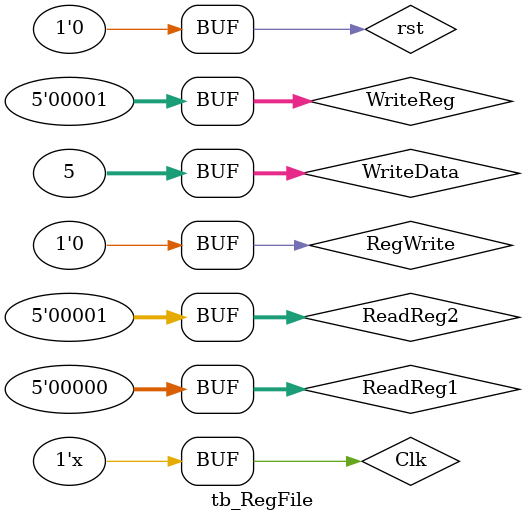
<source format=v>
`timescale 1ns / 1ps


module tb_RegFile;

	// Inputs
	reg [4:0] WriteReg;
	reg [31:0] WriteData;
	reg RegWrite;
	reg [4:0] ReadReg1;
	reg [4:0] ReadReg2;
	reg Clk;
	reg rst;

	// Outputs
	wire [31:0] ReadData1;
	wire [31:0] ReadData2;
	wire [31:0] rout;
	// Instantiate the Unit Under Test (UUT)
	RegFile uut (
		.WriteReg(WriteReg), 
		.WriteData(WriteData), 
		.RegWrite(RegWrite), 
		.ReadReg1(ReadReg1), 
		.ReadReg2(ReadReg2), 
		.ReadData1(ReadData1), 
		.ReadData2(ReadData2), 
		.Clk(Clk), 
		.rst(rst),
		.rout(rout)
	);

	initial begin
		// Initialize Inputs
		WriteReg = 0;
		WriteData = 0;
		RegWrite = 0;
		ReadReg1 = 0;
		ReadReg2 = 0;
		Clk = 0;
		rst = 1'b1;

		// Wait 100 ns for global reset to finish
		#100;
       rst = 1'b0;
		// Add stimulus here
		#2
		begin
		WriteData <= 32'b100;  //write 4 to r0
		WriteReg <= 5'b0;
		RegWrite <= 1'b1;
		end
		#2
		begin
		WriteData <= 32'b101; //write 5 to r1
		WriteReg <= 5'b1;
		ReadReg1 <= 5'b1;
		end
		#2
		begin
		
		
		RegWrite <= 1'b0;
		ReadReg1 <= 5'b0;
		ReadReg2 <= 5'b1;
		end
		
		
	end
	always #1 Clk = ~Clk;
      
endmodule


</source>
